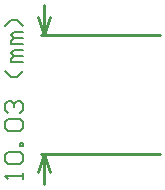
<source format=gm1>
G04 Layer_Color=16711935*
%FSTAX24Y24*%
%MOIN*%
G70*
G01*
G75*
%ADD27C,0.0100*%
%ADD61C,0.0060*%
D27*
X0159Y03395D02*
X019841D01*
X0159Y03D02*
X019841D01*
X016Y029D02*
Y03D01*
Y03395D02*
Y03495D01*
X0158Y0294D02*
X016Y03D01*
X0162Y0294D01*
X016Y03395D02*
X0162Y03455D01*
X0158D02*
X016Y03395D01*
D61*
X01528Y029166D02*
Y029366D01*
Y029266D01*
X01468D01*
X01478Y029166D01*
Y029666D02*
X01468Y029766D01*
Y029966D01*
X01478Y030066D01*
X01518D01*
X01528Y029966D01*
Y029766D01*
X01518Y029666D01*
X01478D01*
X01528Y030266D02*
X01518D01*
Y030365D01*
X01528D01*
Y030266D01*
X01478Y030765D02*
X01468Y030865D01*
Y031065D01*
X01478Y031165D01*
X01518D01*
X01528Y031065D01*
Y030865D01*
X01518Y030765D01*
X01478D01*
Y031365D02*
X01468Y031465D01*
Y031665D01*
X01478Y031765D01*
X01488D01*
X01498Y031665D01*
Y031565D01*
Y031665D01*
X01508Y031765D01*
X01518D01*
X01528Y031665D01*
Y031465D01*
X01518Y031365D01*
X01528Y032765D02*
X01508Y032565D01*
X01488D01*
X01468Y032765D01*
X01528Y033065D02*
X01488D01*
Y033165D01*
X01498Y033265D01*
X01528D01*
X01498D01*
X01488Y033365D01*
X01498Y033464D01*
X01528D01*
Y033664D02*
X01488D01*
Y033764D01*
X01498Y033864D01*
X01528D01*
X01498D01*
X01488Y033964D01*
X01498Y034064D01*
X01528D01*
Y034264D02*
X01508Y034464D01*
X01488D01*
X01468Y034264D01*
M02*

</source>
